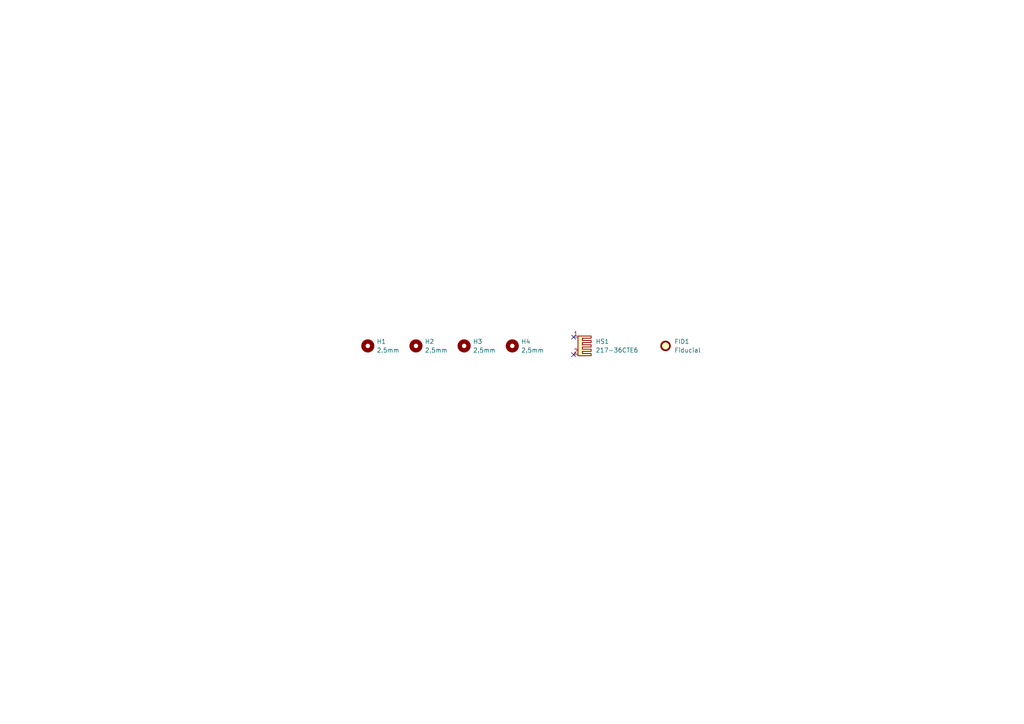
<source format=kicad_sch>
(kicad_sch (version 20230121) (generator eeschema)
  (paper "A4")
  (title_block (date "2023-11-13") (rev "${REVISION}") (company "Author: I. Kajdan") (comment 1 "Promoter: A. Bondyra, Ph.D."))
  (lib_symbols
    (symbol "Mechanical:Fiducial"
      (property "Reference" "FID" (at 0 5.08 0))
      (property "Value" "Fiducial" (at 0 3.175 0))
      (symbol "Fiducial_0_1"
        (circle (center 0 0) (radius 1.27) (stroke (width 0.508)) (fill (type background)))
      )
    )
    (symbol "Mechanical:Heatsink_Pad_2Pin" (pin_names (offset 0))
      (property "Reference" "HS" (at 0 5.715 0))
      (property "Value" "Heatsink_Pad_2Pin" (at 0 3.81 0))
      (symbol "Heatsink_Pad_2Pin_0_1"
        (polyline (pts (xy -0.3302 0) (xy -0.9652 0) (xy -0.9652 2.54) (xy -1.6002 2.54) (xy -1.6002 0) (xy -2.2352 0) (xy -2.2352 2.54) (xy -2.8702 2.54) (xy -2.8702 -1.27) (xy -0.9652 -1.27)) (stroke (width 0.254)) (fill (type background)))
        (polyline (pts (xy -0.3302 0) (xy -0.3302 2.54) (xy 0.3048 2.54) (xy 0.3048 0) (xy 0.9398 0) (xy 0.9398 2.54) (xy 1.5748 2.54) (xy 1.5748 0) (xy 2.2098 0) (xy 2.2098 2.54) (xy 2.8448 2.54) (xy 2.8448 -1.27) (xy -0.9652 -1.27)) (stroke (width 0.254)) (fill (type background)))
      )
      (symbol "Heatsink_Pad_2Pin_1_1"
        (pin passive line (at -2.54 -2.54 90) (length 1.27) (name "~") (number "1"))
        (pin passive line (at 2.54 -2.54 90) (length 1.27) (name "~") (number "2"))
      )
    )
    (symbol "Mechanical:MountingHole" (pin_names (offset 1.016))
      (property "Reference" "H" (at 0 5.08 0))
      (property "Value" "MountingHole" (at 0 3.175 0))
      (symbol "MountingHole_0_1"
        (circle (center 0 0) (radius 1.27) (stroke (width 1.27)))
      )
    )
  )
  (no_connect (at 166.37 97.79))
  (no_connect (at 166.37 102.87))
  (symbol (lib_id "Mechanical:MountingHole") (at 148.59 100.33 0) (unit 1) (in_bom no)
    (property "Reference" "H4" (at 151.13 99.06 0) (effects (justify left)))
    (property "Value" "2.5mm" (at 151.13 101.6 0) (effects (justify left)))
    (property "Footprint" "MountingHole:MountingHole_2.5mm" (effects hide))
  )
  (symbol (lib_id "Mechanical:MountingHole") (at 134.62 100.33 0) (unit 1) (in_bom no)
    (property "Reference" "H3" (at 137.16 99.06 0) (effects (justify left)))
    (property "Value" "2.5mm" (at 137.16 101.6 0) (effects (justify left)))
    (property "Footprint" "MountingHole:MountingHole_2.5mm" (effects hide))
  )
  (symbol (lib_id "Mechanical:MountingHole") (at 106.68 100.33 0) (unit 1) (in_bom no)
    (property "Reference" "H1" (at 109.22 99.06 0) (effects (justify left)))
    (property "Value" "2.5mm" (at 109.22 101.6 0) (effects (justify left)))
    (property "Footprint" "MountingHole:MountingHole_2.5mm" (effects hide))
  )
  (symbol (lib_id "Mechanical:Heatsink_Pad_2Pin") (at 168.91 100.33 270) (unit 1)
    (property "Reference" "HS1" (at 172.72 99.0473 90) (effects (justify left)))
    (property "Value" "217-36CTE6" (at 172.72 101.5873 90) (effects (justify left)))
    (property "Footprint" "Local_Library:217-36CTx6" (effects hide))
    (property "Datasheet" "https://www.mouser.pl/datasheet/2/433/217-844229.pdf" (effects hide))
  )
  (symbol (lib_id "Mechanical:Fiducial") (at 193.04 100.33 0) (unit 1) (in_bom no)
    (property "Reference" "FID1" (at 195.58 99.06 0) (effects (justify left)))
    (property "Value" "Fiducial" (at 195.58 101.6 0) (effects (justify left)))
    (property "Footprint" "Fiducial:Fiducial_1mm_Mask2mm" (effects hide))
  )
  (symbol (lib_id "Mechanical:MountingHole") (at 120.65 100.33 0) (unit 1) (in_bom no)
    (property "Reference" "H2" (at 123.19 99.06 0) (effects (justify left)))
    (property "Value" "2.5mm" (at 123.19 101.6 0) (effects (justify left)))
    (property "Footprint" "MountingHole:MountingHole_2.5mm" (effects hide))
  )
)
</source>
